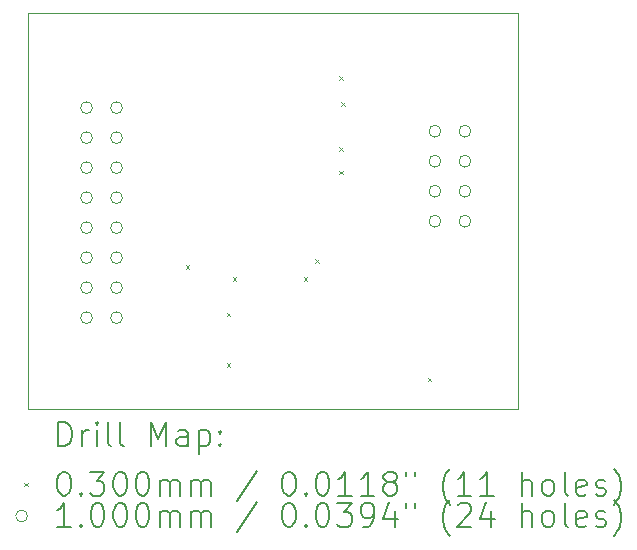
<source format=gbr>
%TF.GenerationSoftware,KiCad,Pcbnew,8.0.2*%
%TF.CreationDate,2024-09-09T09:37:15-05:00*%
%TF.ProjectId,wh3lk,7768336c-6b2e-46b6-9963-61645f706362,v2.0.0a*%
%TF.SameCoordinates,Original*%
%TF.FileFunction,Drillmap*%
%TF.FilePolarity,Positive*%
%FSLAX45Y45*%
G04 Gerber Fmt 4.5, Leading zero omitted, Abs format (unit mm)*
G04 Created by KiCad (PCBNEW 8.0.2) date 2024-09-09 09:37:15*
%MOMM*%
%LPD*%
G01*
G04 APERTURE LIST*
%ADD10C,0.050000*%
%ADD11C,0.200000*%
%ADD12C,0.100000*%
G04 APERTURE END LIST*
D10*
X5650000Y-5850000D02*
X9800000Y-5850000D01*
X9800000Y-9200000D01*
X5650000Y-9200000D01*
X5650000Y-5850000D01*
D11*
D12*
X6985000Y-7985000D02*
X7015000Y-8015000D01*
X7015000Y-7985000D02*
X6985000Y-8015000D01*
X7335000Y-8385000D02*
X7365000Y-8415000D01*
X7365000Y-8385000D02*
X7335000Y-8415000D01*
X7335000Y-8815000D02*
X7365000Y-8845000D01*
X7365000Y-8815000D02*
X7335000Y-8845000D01*
X7385000Y-8085000D02*
X7415000Y-8115000D01*
X7415000Y-8085000D02*
X7385000Y-8115000D01*
X7985000Y-8085000D02*
X8015000Y-8115000D01*
X8015000Y-8085000D02*
X7985000Y-8115000D01*
X8085000Y-7935000D02*
X8115000Y-7965000D01*
X8115000Y-7935000D02*
X8085000Y-7965000D01*
X8285000Y-6385000D02*
X8315000Y-6415000D01*
X8315000Y-6385000D02*
X8285000Y-6415000D01*
X8285000Y-6985000D02*
X8315000Y-7015000D01*
X8315000Y-6985000D02*
X8285000Y-7015000D01*
X8285000Y-7185000D02*
X8315000Y-7215000D01*
X8315000Y-7185000D02*
X8285000Y-7215000D01*
X8305000Y-6605000D02*
X8335000Y-6635000D01*
X8335000Y-6605000D02*
X8305000Y-6635000D01*
X9035000Y-8935000D02*
X9065000Y-8965000D01*
X9065000Y-8935000D02*
X9035000Y-8965000D01*
X6196000Y-6650000D02*
G75*
G02*
X6096000Y-6650000I-50000J0D01*
G01*
X6096000Y-6650000D02*
G75*
G02*
X6196000Y-6650000I50000J0D01*
G01*
X6196000Y-6904000D02*
G75*
G02*
X6096000Y-6904000I-50000J0D01*
G01*
X6096000Y-6904000D02*
G75*
G02*
X6196000Y-6904000I50000J0D01*
G01*
X6196000Y-7158000D02*
G75*
G02*
X6096000Y-7158000I-50000J0D01*
G01*
X6096000Y-7158000D02*
G75*
G02*
X6196000Y-7158000I50000J0D01*
G01*
X6196000Y-7412000D02*
G75*
G02*
X6096000Y-7412000I-50000J0D01*
G01*
X6096000Y-7412000D02*
G75*
G02*
X6196000Y-7412000I50000J0D01*
G01*
X6196000Y-7666000D02*
G75*
G02*
X6096000Y-7666000I-50000J0D01*
G01*
X6096000Y-7666000D02*
G75*
G02*
X6196000Y-7666000I50000J0D01*
G01*
X6196000Y-7920000D02*
G75*
G02*
X6096000Y-7920000I-50000J0D01*
G01*
X6096000Y-7920000D02*
G75*
G02*
X6196000Y-7920000I50000J0D01*
G01*
X6196000Y-8174000D02*
G75*
G02*
X6096000Y-8174000I-50000J0D01*
G01*
X6096000Y-8174000D02*
G75*
G02*
X6196000Y-8174000I50000J0D01*
G01*
X6196000Y-8428000D02*
G75*
G02*
X6096000Y-8428000I-50000J0D01*
G01*
X6096000Y-8428000D02*
G75*
G02*
X6196000Y-8428000I50000J0D01*
G01*
X6450000Y-6650000D02*
G75*
G02*
X6350000Y-6650000I-50000J0D01*
G01*
X6350000Y-6650000D02*
G75*
G02*
X6450000Y-6650000I50000J0D01*
G01*
X6450000Y-6904000D02*
G75*
G02*
X6350000Y-6904000I-50000J0D01*
G01*
X6350000Y-6904000D02*
G75*
G02*
X6450000Y-6904000I50000J0D01*
G01*
X6450000Y-7158000D02*
G75*
G02*
X6350000Y-7158000I-50000J0D01*
G01*
X6350000Y-7158000D02*
G75*
G02*
X6450000Y-7158000I50000J0D01*
G01*
X6450000Y-7412000D02*
G75*
G02*
X6350000Y-7412000I-50000J0D01*
G01*
X6350000Y-7412000D02*
G75*
G02*
X6450000Y-7412000I50000J0D01*
G01*
X6450000Y-7666000D02*
G75*
G02*
X6350000Y-7666000I-50000J0D01*
G01*
X6350000Y-7666000D02*
G75*
G02*
X6450000Y-7666000I50000J0D01*
G01*
X6450000Y-7920000D02*
G75*
G02*
X6350000Y-7920000I-50000J0D01*
G01*
X6350000Y-7920000D02*
G75*
G02*
X6450000Y-7920000I50000J0D01*
G01*
X6450000Y-8174000D02*
G75*
G02*
X6350000Y-8174000I-50000J0D01*
G01*
X6350000Y-8174000D02*
G75*
G02*
X6450000Y-8174000I50000J0D01*
G01*
X6450000Y-8428000D02*
G75*
G02*
X6350000Y-8428000I-50000J0D01*
G01*
X6350000Y-8428000D02*
G75*
G02*
X6450000Y-8428000I50000J0D01*
G01*
X9146000Y-6850000D02*
G75*
G02*
X9046000Y-6850000I-50000J0D01*
G01*
X9046000Y-6850000D02*
G75*
G02*
X9146000Y-6850000I50000J0D01*
G01*
X9146000Y-7104000D02*
G75*
G02*
X9046000Y-7104000I-50000J0D01*
G01*
X9046000Y-7104000D02*
G75*
G02*
X9146000Y-7104000I50000J0D01*
G01*
X9146000Y-7358000D02*
G75*
G02*
X9046000Y-7358000I-50000J0D01*
G01*
X9046000Y-7358000D02*
G75*
G02*
X9146000Y-7358000I50000J0D01*
G01*
X9146000Y-7612000D02*
G75*
G02*
X9046000Y-7612000I-50000J0D01*
G01*
X9046000Y-7612000D02*
G75*
G02*
X9146000Y-7612000I50000J0D01*
G01*
X9400000Y-6850000D02*
G75*
G02*
X9300000Y-6850000I-50000J0D01*
G01*
X9300000Y-6850000D02*
G75*
G02*
X9400000Y-6850000I50000J0D01*
G01*
X9400000Y-7104000D02*
G75*
G02*
X9300000Y-7104000I-50000J0D01*
G01*
X9300000Y-7104000D02*
G75*
G02*
X9400000Y-7104000I50000J0D01*
G01*
X9400000Y-7358000D02*
G75*
G02*
X9300000Y-7358000I-50000J0D01*
G01*
X9300000Y-7358000D02*
G75*
G02*
X9400000Y-7358000I50000J0D01*
G01*
X9400000Y-7612000D02*
G75*
G02*
X9300000Y-7612000I-50000J0D01*
G01*
X9300000Y-7612000D02*
G75*
G02*
X9400000Y-7612000I50000J0D01*
G01*
D11*
X5908277Y-9513984D02*
X5908277Y-9313984D01*
X5908277Y-9313984D02*
X5955896Y-9313984D01*
X5955896Y-9313984D02*
X5984467Y-9323508D01*
X5984467Y-9323508D02*
X6003515Y-9342555D01*
X6003515Y-9342555D02*
X6013039Y-9361603D01*
X6013039Y-9361603D02*
X6022562Y-9399698D01*
X6022562Y-9399698D02*
X6022562Y-9428270D01*
X6022562Y-9428270D02*
X6013039Y-9466365D01*
X6013039Y-9466365D02*
X6003515Y-9485412D01*
X6003515Y-9485412D02*
X5984467Y-9504460D01*
X5984467Y-9504460D02*
X5955896Y-9513984D01*
X5955896Y-9513984D02*
X5908277Y-9513984D01*
X6108277Y-9513984D02*
X6108277Y-9380650D01*
X6108277Y-9418746D02*
X6117801Y-9399698D01*
X6117801Y-9399698D02*
X6127324Y-9390174D01*
X6127324Y-9390174D02*
X6146372Y-9380650D01*
X6146372Y-9380650D02*
X6165420Y-9380650D01*
X6232086Y-9513984D02*
X6232086Y-9380650D01*
X6232086Y-9313984D02*
X6222562Y-9323508D01*
X6222562Y-9323508D02*
X6232086Y-9333031D01*
X6232086Y-9333031D02*
X6241610Y-9323508D01*
X6241610Y-9323508D02*
X6232086Y-9313984D01*
X6232086Y-9313984D02*
X6232086Y-9333031D01*
X6355896Y-9513984D02*
X6336848Y-9504460D01*
X6336848Y-9504460D02*
X6327324Y-9485412D01*
X6327324Y-9485412D02*
X6327324Y-9313984D01*
X6460658Y-9513984D02*
X6441610Y-9504460D01*
X6441610Y-9504460D02*
X6432086Y-9485412D01*
X6432086Y-9485412D02*
X6432086Y-9313984D01*
X6689229Y-9513984D02*
X6689229Y-9313984D01*
X6689229Y-9313984D02*
X6755896Y-9456841D01*
X6755896Y-9456841D02*
X6822562Y-9313984D01*
X6822562Y-9313984D02*
X6822562Y-9513984D01*
X7003515Y-9513984D02*
X7003515Y-9409222D01*
X7003515Y-9409222D02*
X6993991Y-9390174D01*
X6993991Y-9390174D02*
X6974943Y-9380650D01*
X6974943Y-9380650D02*
X6936848Y-9380650D01*
X6936848Y-9380650D02*
X6917801Y-9390174D01*
X7003515Y-9504460D02*
X6984467Y-9513984D01*
X6984467Y-9513984D02*
X6936848Y-9513984D01*
X6936848Y-9513984D02*
X6917801Y-9504460D01*
X6917801Y-9504460D02*
X6908277Y-9485412D01*
X6908277Y-9485412D02*
X6908277Y-9466365D01*
X6908277Y-9466365D02*
X6917801Y-9447317D01*
X6917801Y-9447317D02*
X6936848Y-9437793D01*
X6936848Y-9437793D02*
X6984467Y-9437793D01*
X6984467Y-9437793D02*
X7003515Y-9428270D01*
X7098753Y-9380650D02*
X7098753Y-9580650D01*
X7098753Y-9390174D02*
X7117801Y-9380650D01*
X7117801Y-9380650D02*
X7155896Y-9380650D01*
X7155896Y-9380650D02*
X7174943Y-9390174D01*
X7174943Y-9390174D02*
X7184467Y-9399698D01*
X7184467Y-9399698D02*
X7193991Y-9418746D01*
X7193991Y-9418746D02*
X7193991Y-9475889D01*
X7193991Y-9475889D02*
X7184467Y-9494936D01*
X7184467Y-9494936D02*
X7174943Y-9504460D01*
X7174943Y-9504460D02*
X7155896Y-9513984D01*
X7155896Y-9513984D02*
X7117801Y-9513984D01*
X7117801Y-9513984D02*
X7098753Y-9504460D01*
X7279705Y-9494936D02*
X7289229Y-9504460D01*
X7289229Y-9504460D02*
X7279705Y-9513984D01*
X7279705Y-9513984D02*
X7270182Y-9504460D01*
X7270182Y-9504460D02*
X7279705Y-9494936D01*
X7279705Y-9494936D02*
X7279705Y-9513984D01*
X7279705Y-9390174D02*
X7289229Y-9399698D01*
X7289229Y-9399698D02*
X7279705Y-9409222D01*
X7279705Y-9409222D02*
X7270182Y-9399698D01*
X7270182Y-9399698D02*
X7279705Y-9390174D01*
X7279705Y-9390174D02*
X7279705Y-9409222D01*
D12*
X5617500Y-9827500D02*
X5647500Y-9857500D01*
X5647500Y-9827500D02*
X5617500Y-9857500D01*
D11*
X5946372Y-9733984D02*
X5965420Y-9733984D01*
X5965420Y-9733984D02*
X5984467Y-9743508D01*
X5984467Y-9743508D02*
X5993991Y-9753031D01*
X5993991Y-9753031D02*
X6003515Y-9772079D01*
X6003515Y-9772079D02*
X6013039Y-9810174D01*
X6013039Y-9810174D02*
X6013039Y-9857793D01*
X6013039Y-9857793D02*
X6003515Y-9895889D01*
X6003515Y-9895889D02*
X5993991Y-9914936D01*
X5993991Y-9914936D02*
X5984467Y-9924460D01*
X5984467Y-9924460D02*
X5965420Y-9933984D01*
X5965420Y-9933984D02*
X5946372Y-9933984D01*
X5946372Y-9933984D02*
X5927324Y-9924460D01*
X5927324Y-9924460D02*
X5917801Y-9914936D01*
X5917801Y-9914936D02*
X5908277Y-9895889D01*
X5908277Y-9895889D02*
X5898753Y-9857793D01*
X5898753Y-9857793D02*
X5898753Y-9810174D01*
X5898753Y-9810174D02*
X5908277Y-9772079D01*
X5908277Y-9772079D02*
X5917801Y-9753031D01*
X5917801Y-9753031D02*
X5927324Y-9743508D01*
X5927324Y-9743508D02*
X5946372Y-9733984D01*
X6098753Y-9914936D02*
X6108277Y-9924460D01*
X6108277Y-9924460D02*
X6098753Y-9933984D01*
X6098753Y-9933984D02*
X6089229Y-9924460D01*
X6089229Y-9924460D02*
X6098753Y-9914936D01*
X6098753Y-9914936D02*
X6098753Y-9933984D01*
X6174943Y-9733984D02*
X6298753Y-9733984D01*
X6298753Y-9733984D02*
X6232086Y-9810174D01*
X6232086Y-9810174D02*
X6260658Y-9810174D01*
X6260658Y-9810174D02*
X6279705Y-9819698D01*
X6279705Y-9819698D02*
X6289229Y-9829222D01*
X6289229Y-9829222D02*
X6298753Y-9848270D01*
X6298753Y-9848270D02*
X6298753Y-9895889D01*
X6298753Y-9895889D02*
X6289229Y-9914936D01*
X6289229Y-9914936D02*
X6279705Y-9924460D01*
X6279705Y-9924460D02*
X6260658Y-9933984D01*
X6260658Y-9933984D02*
X6203515Y-9933984D01*
X6203515Y-9933984D02*
X6184467Y-9924460D01*
X6184467Y-9924460D02*
X6174943Y-9914936D01*
X6422562Y-9733984D02*
X6441610Y-9733984D01*
X6441610Y-9733984D02*
X6460658Y-9743508D01*
X6460658Y-9743508D02*
X6470182Y-9753031D01*
X6470182Y-9753031D02*
X6479705Y-9772079D01*
X6479705Y-9772079D02*
X6489229Y-9810174D01*
X6489229Y-9810174D02*
X6489229Y-9857793D01*
X6489229Y-9857793D02*
X6479705Y-9895889D01*
X6479705Y-9895889D02*
X6470182Y-9914936D01*
X6470182Y-9914936D02*
X6460658Y-9924460D01*
X6460658Y-9924460D02*
X6441610Y-9933984D01*
X6441610Y-9933984D02*
X6422562Y-9933984D01*
X6422562Y-9933984D02*
X6403515Y-9924460D01*
X6403515Y-9924460D02*
X6393991Y-9914936D01*
X6393991Y-9914936D02*
X6384467Y-9895889D01*
X6384467Y-9895889D02*
X6374943Y-9857793D01*
X6374943Y-9857793D02*
X6374943Y-9810174D01*
X6374943Y-9810174D02*
X6384467Y-9772079D01*
X6384467Y-9772079D02*
X6393991Y-9753031D01*
X6393991Y-9753031D02*
X6403515Y-9743508D01*
X6403515Y-9743508D02*
X6422562Y-9733984D01*
X6613039Y-9733984D02*
X6632086Y-9733984D01*
X6632086Y-9733984D02*
X6651134Y-9743508D01*
X6651134Y-9743508D02*
X6660658Y-9753031D01*
X6660658Y-9753031D02*
X6670182Y-9772079D01*
X6670182Y-9772079D02*
X6679705Y-9810174D01*
X6679705Y-9810174D02*
X6679705Y-9857793D01*
X6679705Y-9857793D02*
X6670182Y-9895889D01*
X6670182Y-9895889D02*
X6660658Y-9914936D01*
X6660658Y-9914936D02*
X6651134Y-9924460D01*
X6651134Y-9924460D02*
X6632086Y-9933984D01*
X6632086Y-9933984D02*
X6613039Y-9933984D01*
X6613039Y-9933984D02*
X6593991Y-9924460D01*
X6593991Y-9924460D02*
X6584467Y-9914936D01*
X6584467Y-9914936D02*
X6574943Y-9895889D01*
X6574943Y-9895889D02*
X6565420Y-9857793D01*
X6565420Y-9857793D02*
X6565420Y-9810174D01*
X6565420Y-9810174D02*
X6574943Y-9772079D01*
X6574943Y-9772079D02*
X6584467Y-9753031D01*
X6584467Y-9753031D02*
X6593991Y-9743508D01*
X6593991Y-9743508D02*
X6613039Y-9733984D01*
X6765420Y-9933984D02*
X6765420Y-9800650D01*
X6765420Y-9819698D02*
X6774943Y-9810174D01*
X6774943Y-9810174D02*
X6793991Y-9800650D01*
X6793991Y-9800650D02*
X6822563Y-9800650D01*
X6822563Y-9800650D02*
X6841610Y-9810174D01*
X6841610Y-9810174D02*
X6851134Y-9829222D01*
X6851134Y-9829222D02*
X6851134Y-9933984D01*
X6851134Y-9829222D02*
X6860658Y-9810174D01*
X6860658Y-9810174D02*
X6879705Y-9800650D01*
X6879705Y-9800650D02*
X6908277Y-9800650D01*
X6908277Y-9800650D02*
X6927324Y-9810174D01*
X6927324Y-9810174D02*
X6936848Y-9829222D01*
X6936848Y-9829222D02*
X6936848Y-9933984D01*
X7032086Y-9933984D02*
X7032086Y-9800650D01*
X7032086Y-9819698D02*
X7041610Y-9810174D01*
X7041610Y-9810174D02*
X7060658Y-9800650D01*
X7060658Y-9800650D02*
X7089229Y-9800650D01*
X7089229Y-9800650D02*
X7108277Y-9810174D01*
X7108277Y-9810174D02*
X7117801Y-9829222D01*
X7117801Y-9829222D02*
X7117801Y-9933984D01*
X7117801Y-9829222D02*
X7127324Y-9810174D01*
X7127324Y-9810174D02*
X7146372Y-9800650D01*
X7146372Y-9800650D02*
X7174943Y-9800650D01*
X7174943Y-9800650D02*
X7193991Y-9810174D01*
X7193991Y-9810174D02*
X7203515Y-9829222D01*
X7203515Y-9829222D02*
X7203515Y-9933984D01*
X7593991Y-9724460D02*
X7422563Y-9981603D01*
X7851134Y-9733984D02*
X7870182Y-9733984D01*
X7870182Y-9733984D02*
X7889229Y-9743508D01*
X7889229Y-9743508D02*
X7898753Y-9753031D01*
X7898753Y-9753031D02*
X7908277Y-9772079D01*
X7908277Y-9772079D02*
X7917801Y-9810174D01*
X7917801Y-9810174D02*
X7917801Y-9857793D01*
X7917801Y-9857793D02*
X7908277Y-9895889D01*
X7908277Y-9895889D02*
X7898753Y-9914936D01*
X7898753Y-9914936D02*
X7889229Y-9924460D01*
X7889229Y-9924460D02*
X7870182Y-9933984D01*
X7870182Y-9933984D02*
X7851134Y-9933984D01*
X7851134Y-9933984D02*
X7832086Y-9924460D01*
X7832086Y-9924460D02*
X7822563Y-9914936D01*
X7822563Y-9914936D02*
X7813039Y-9895889D01*
X7813039Y-9895889D02*
X7803515Y-9857793D01*
X7803515Y-9857793D02*
X7803515Y-9810174D01*
X7803515Y-9810174D02*
X7813039Y-9772079D01*
X7813039Y-9772079D02*
X7822563Y-9753031D01*
X7822563Y-9753031D02*
X7832086Y-9743508D01*
X7832086Y-9743508D02*
X7851134Y-9733984D01*
X8003515Y-9914936D02*
X8013039Y-9924460D01*
X8013039Y-9924460D02*
X8003515Y-9933984D01*
X8003515Y-9933984D02*
X7993991Y-9924460D01*
X7993991Y-9924460D02*
X8003515Y-9914936D01*
X8003515Y-9914936D02*
X8003515Y-9933984D01*
X8136848Y-9733984D02*
X8155896Y-9733984D01*
X8155896Y-9733984D02*
X8174944Y-9743508D01*
X8174944Y-9743508D02*
X8184467Y-9753031D01*
X8184467Y-9753031D02*
X8193991Y-9772079D01*
X8193991Y-9772079D02*
X8203515Y-9810174D01*
X8203515Y-9810174D02*
X8203515Y-9857793D01*
X8203515Y-9857793D02*
X8193991Y-9895889D01*
X8193991Y-9895889D02*
X8184467Y-9914936D01*
X8184467Y-9914936D02*
X8174944Y-9924460D01*
X8174944Y-9924460D02*
X8155896Y-9933984D01*
X8155896Y-9933984D02*
X8136848Y-9933984D01*
X8136848Y-9933984D02*
X8117801Y-9924460D01*
X8117801Y-9924460D02*
X8108277Y-9914936D01*
X8108277Y-9914936D02*
X8098753Y-9895889D01*
X8098753Y-9895889D02*
X8089229Y-9857793D01*
X8089229Y-9857793D02*
X8089229Y-9810174D01*
X8089229Y-9810174D02*
X8098753Y-9772079D01*
X8098753Y-9772079D02*
X8108277Y-9753031D01*
X8108277Y-9753031D02*
X8117801Y-9743508D01*
X8117801Y-9743508D02*
X8136848Y-9733984D01*
X8393991Y-9933984D02*
X8279706Y-9933984D01*
X8336848Y-9933984D02*
X8336848Y-9733984D01*
X8336848Y-9733984D02*
X8317801Y-9762555D01*
X8317801Y-9762555D02*
X8298753Y-9781603D01*
X8298753Y-9781603D02*
X8279706Y-9791127D01*
X8584468Y-9933984D02*
X8470182Y-9933984D01*
X8527325Y-9933984D02*
X8527325Y-9733984D01*
X8527325Y-9733984D02*
X8508277Y-9762555D01*
X8508277Y-9762555D02*
X8489229Y-9781603D01*
X8489229Y-9781603D02*
X8470182Y-9791127D01*
X8698753Y-9819698D02*
X8679706Y-9810174D01*
X8679706Y-9810174D02*
X8670182Y-9800650D01*
X8670182Y-9800650D02*
X8660658Y-9781603D01*
X8660658Y-9781603D02*
X8660658Y-9772079D01*
X8660658Y-9772079D02*
X8670182Y-9753031D01*
X8670182Y-9753031D02*
X8679706Y-9743508D01*
X8679706Y-9743508D02*
X8698753Y-9733984D01*
X8698753Y-9733984D02*
X8736849Y-9733984D01*
X8736849Y-9733984D02*
X8755896Y-9743508D01*
X8755896Y-9743508D02*
X8765420Y-9753031D01*
X8765420Y-9753031D02*
X8774944Y-9772079D01*
X8774944Y-9772079D02*
X8774944Y-9781603D01*
X8774944Y-9781603D02*
X8765420Y-9800650D01*
X8765420Y-9800650D02*
X8755896Y-9810174D01*
X8755896Y-9810174D02*
X8736849Y-9819698D01*
X8736849Y-9819698D02*
X8698753Y-9819698D01*
X8698753Y-9819698D02*
X8679706Y-9829222D01*
X8679706Y-9829222D02*
X8670182Y-9838746D01*
X8670182Y-9838746D02*
X8660658Y-9857793D01*
X8660658Y-9857793D02*
X8660658Y-9895889D01*
X8660658Y-9895889D02*
X8670182Y-9914936D01*
X8670182Y-9914936D02*
X8679706Y-9924460D01*
X8679706Y-9924460D02*
X8698753Y-9933984D01*
X8698753Y-9933984D02*
X8736849Y-9933984D01*
X8736849Y-9933984D02*
X8755896Y-9924460D01*
X8755896Y-9924460D02*
X8765420Y-9914936D01*
X8765420Y-9914936D02*
X8774944Y-9895889D01*
X8774944Y-9895889D02*
X8774944Y-9857793D01*
X8774944Y-9857793D02*
X8765420Y-9838746D01*
X8765420Y-9838746D02*
X8755896Y-9829222D01*
X8755896Y-9829222D02*
X8736849Y-9819698D01*
X8851134Y-9733984D02*
X8851134Y-9772079D01*
X8927325Y-9733984D02*
X8927325Y-9772079D01*
X9222563Y-10010174D02*
X9213039Y-10000650D01*
X9213039Y-10000650D02*
X9193991Y-9972079D01*
X9193991Y-9972079D02*
X9184468Y-9953031D01*
X9184468Y-9953031D02*
X9174944Y-9924460D01*
X9174944Y-9924460D02*
X9165420Y-9876841D01*
X9165420Y-9876841D02*
X9165420Y-9838746D01*
X9165420Y-9838746D02*
X9174944Y-9791127D01*
X9174944Y-9791127D02*
X9184468Y-9762555D01*
X9184468Y-9762555D02*
X9193991Y-9743508D01*
X9193991Y-9743508D02*
X9213039Y-9714936D01*
X9213039Y-9714936D02*
X9222563Y-9705412D01*
X9403515Y-9933984D02*
X9289230Y-9933984D01*
X9346372Y-9933984D02*
X9346372Y-9733984D01*
X9346372Y-9733984D02*
X9327325Y-9762555D01*
X9327325Y-9762555D02*
X9308277Y-9781603D01*
X9308277Y-9781603D02*
X9289230Y-9791127D01*
X9593991Y-9933984D02*
X9479706Y-9933984D01*
X9536849Y-9933984D02*
X9536849Y-9733984D01*
X9536849Y-9733984D02*
X9517801Y-9762555D01*
X9517801Y-9762555D02*
X9498753Y-9781603D01*
X9498753Y-9781603D02*
X9479706Y-9791127D01*
X9832087Y-9933984D02*
X9832087Y-9733984D01*
X9917801Y-9933984D02*
X9917801Y-9829222D01*
X9917801Y-9829222D02*
X9908277Y-9810174D01*
X9908277Y-9810174D02*
X9889230Y-9800650D01*
X9889230Y-9800650D02*
X9860658Y-9800650D01*
X9860658Y-9800650D02*
X9841611Y-9810174D01*
X9841611Y-9810174D02*
X9832087Y-9819698D01*
X10041611Y-9933984D02*
X10022563Y-9924460D01*
X10022563Y-9924460D02*
X10013039Y-9914936D01*
X10013039Y-9914936D02*
X10003515Y-9895889D01*
X10003515Y-9895889D02*
X10003515Y-9838746D01*
X10003515Y-9838746D02*
X10013039Y-9819698D01*
X10013039Y-9819698D02*
X10022563Y-9810174D01*
X10022563Y-9810174D02*
X10041611Y-9800650D01*
X10041611Y-9800650D02*
X10070182Y-9800650D01*
X10070182Y-9800650D02*
X10089230Y-9810174D01*
X10089230Y-9810174D02*
X10098753Y-9819698D01*
X10098753Y-9819698D02*
X10108277Y-9838746D01*
X10108277Y-9838746D02*
X10108277Y-9895889D01*
X10108277Y-9895889D02*
X10098753Y-9914936D01*
X10098753Y-9914936D02*
X10089230Y-9924460D01*
X10089230Y-9924460D02*
X10070182Y-9933984D01*
X10070182Y-9933984D02*
X10041611Y-9933984D01*
X10222563Y-9933984D02*
X10203515Y-9924460D01*
X10203515Y-9924460D02*
X10193992Y-9905412D01*
X10193992Y-9905412D02*
X10193992Y-9733984D01*
X10374944Y-9924460D02*
X10355896Y-9933984D01*
X10355896Y-9933984D02*
X10317801Y-9933984D01*
X10317801Y-9933984D02*
X10298753Y-9924460D01*
X10298753Y-9924460D02*
X10289230Y-9905412D01*
X10289230Y-9905412D02*
X10289230Y-9829222D01*
X10289230Y-9829222D02*
X10298753Y-9810174D01*
X10298753Y-9810174D02*
X10317801Y-9800650D01*
X10317801Y-9800650D02*
X10355896Y-9800650D01*
X10355896Y-9800650D02*
X10374944Y-9810174D01*
X10374944Y-9810174D02*
X10384468Y-9829222D01*
X10384468Y-9829222D02*
X10384468Y-9848270D01*
X10384468Y-9848270D02*
X10289230Y-9867317D01*
X10460658Y-9924460D02*
X10479706Y-9933984D01*
X10479706Y-9933984D02*
X10517801Y-9933984D01*
X10517801Y-9933984D02*
X10536849Y-9924460D01*
X10536849Y-9924460D02*
X10546373Y-9905412D01*
X10546373Y-9905412D02*
X10546373Y-9895889D01*
X10546373Y-9895889D02*
X10536849Y-9876841D01*
X10536849Y-9876841D02*
X10517801Y-9867317D01*
X10517801Y-9867317D02*
X10489230Y-9867317D01*
X10489230Y-9867317D02*
X10470182Y-9857793D01*
X10470182Y-9857793D02*
X10460658Y-9838746D01*
X10460658Y-9838746D02*
X10460658Y-9829222D01*
X10460658Y-9829222D02*
X10470182Y-9810174D01*
X10470182Y-9810174D02*
X10489230Y-9800650D01*
X10489230Y-9800650D02*
X10517801Y-9800650D01*
X10517801Y-9800650D02*
X10536849Y-9810174D01*
X10613039Y-10010174D02*
X10622563Y-10000650D01*
X10622563Y-10000650D02*
X10641611Y-9972079D01*
X10641611Y-9972079D02*
X10651134Y-9953031D01*
X10651134Y-9953031D02*
X10660658Y-9924460D01*
X10660658Y-9924460D02*
X10670182Y-9876841D01*
X10670182Y-9876841D02*
X10670182Y-9838746D01*
X10670182Y-9838746D02*
X10660658Y-9791127D01*
X10660658Y-9791127D02*
X10651134Y-9762555D01*
X10651134Y-9762555D02*
X10641611Y-9743508D01*
X10641611Y-9743508D02*
X10622563Y-9714936D01*
X10622563Y-9714936D02*
X10613039Y-9705412D01*
D12*
X5647500Y-10106500D02*
G75*
G02*
X5547500Y-10106500I-50000J0D01*
G01*
X5547500Y-10106500D02*
G75*
G02*
X5647500Y-10106500I50000J0D01*
G01*
D11*
X6013039Y-10197984D02*
X5898753Y-10197984D01*
X5955896Y-10197984D02*
X5955896Y-9997984D01*
X5955896Y-9997984D02*
X5936848Y-10026555D01*
X5936848Y-10026555D02*
X5917801Y-10045603D01*
X5917801Y-10045603D02*
X5898753Y-10055127D01*
X6098753Y-10178936D02*
X6108277Y-10188460D01*
X6108277Y-10188460D02*
X6098753Y-10197984D01*
X6098753Y-10197984D02*
X6089229Y-10188460D01*
X6089229Y-10188460D02*
X6098753Y-10178936D01*
X6098753Y-10178936D02*
X6098753Y-10197984D01*
X6232086Y-9997984D02*
X6251134Y-9997984D01*
X6251134Y-9997984D02*
X6270182Y-10007508D01*
X6270182Y-10007508D02*
X6279705Y-10017031D01*
X6279705Y-10017031D02*
X6289229Y-10036079D01*
X6289229Y-10036079D02*
X6298753Y-10074174D01*
X6298753Y-10074174D02*
X6298753Y-10121793D01*
X6298753Y-10121793D02*
X6289229Y-10159889D01*
X6289229Y-10159889D02*
X6279705Y-10178936D01*
X6279705Y-10178936D02*
X6270182Y-10188460D01*
X6270182Y-10188460D02*
X6251134Y-10197984D01*
X6251134Y-10197984D02*
X6232086Y-10197984D01*
X6232086Y-10197984D02*
X6213039Y-10188460D01*
X6213039Y-10188460D02*
X6203515Y-10178936D01*
X6203515Y-10178936D02*
X6193991Y-10159889D01*
X6193991Y-10159889D02*
X6184467Y-10121793D01*
X6184467Y-10121793D02*
X6184467Y-10074174D01*
X6184467Y-10074174D02*
X6193991Y-10036079D01*
X6193991Y-10036079D02*
X6203515Y-10017031D01*
X6203515Y-10017031D02*
X6213039Y-10007508D01*
X6213039Y-10007508D02*
X6232086Y-9997984D01*
X6422562Y-9997984D02*
X6441610Y-9997984D01*
X6441610Y-9997984D02*
X6460658Y-10007508D01*
X6460658Y-10007508D02*
X6470182Y-10017031D01*
X6470182Y-10017031D02*
X6479705Y-10036079D01*
X6479705Y-10036079D02*
X6489229Y-10074174D01*
X6489229Y-10074174D02*
X6489229Y-10121793D01*
X6489229Y-10121793D02*
X6479705Y-10159889D01*
X6479705Y-10159889D02*
X6470182Y-10178936D01*
X6470182Y-10178936D02*
X6460658Y-10188460D01*
X6460658Y-10188460D02*
X6441610Y-10197984D01*
X6441610Y-10197984D02*
X6422562Y-10197984D01*
X6422562Y-10197984D02*
X6403515Y-10188460D01*
X6403515Y-10188460D02*
X6393991Y-10178936D01*
X6393991Y-10178936D02*
X6384467Y-10159889D01*
X6384467Y-10159889D02*
X6374943Y-10121793D01*
X6374943Y-10121793D02*
X6374943Y-10074174D01*
X6374943Y-10074174D02*
X6384467Y-10036079D01*
X6384467Y-10036079D02*
X6393991Y-10017031D01*
X6393991Y-10017031D02*
X6403515Y-10007508D01*
X6403515Y-10007508D02*
X6422562Y-9997984D01*
X6613039Y-9997984D02*
X6632086Y-9997984D01*
X6632086Y-9997984D02*
X6651134Y-10007508D01*
X6651134Y-10007508D02*
X6660658Y-10017031D01*
X6660658Y-10017031D02*
X6670182Y-10036079D01*
X6670182Y-10036079D02*
X6679705Y-10074174D01*
X6679705Y-10074174D02*
X6679705Y-10121793D01*
X6679705Y-10121793D02*
X6670182Y-10159889D01*
X6670182Y-10159889D02*
X6660658Y-10178936D01*
X6660658Y-10178936D02*
X6651134Y-10188460D01*
X6651134Y-10188460D02*
X6632086Y-10197984D01*
X6632086Y-10197984D02*
X6613039Y-10197984D01*
X6613039Y-10197984D02*
X6593991Y-10188460D01*
X6593991Y-10188460D02*
X6584467Y-10178936D01*
X6584467Y-10178936D02*
X6574943Y-10159889D01*
X6574943Y-10159889D02*
X6565420Y-10121793D01*
X6565420Y-10121793D02*
X6565420Y-10074174D01*
X6565420Y-10074174D02*
X6574943Y-10036079D01*
X6574943Y-10036079D02*
X6584467Y-10017031D01*
X6584467Y-10017031D02*
X6593991Y-10007508D01*
X6593991Y-10007508D02*
X6613039Y-9997984D01*
X6765420Y-10197984D02*
X6765420Y-10064650D01*
X6765420Y-10083698D02*
X6774943Y-10074174D01*
X6774943Y-10074174D02*
X6793991Y-10064650D01*
X6793991Y-10064650D02*
X6822563Y-10064650D01*
X6822563Y-10064650D02*
X6841610Y-10074174D01*
X6841610Y-10074174D02*
X6851134Y-10093222D01*
X6851134Y-10093222D02*
X6851134Y-10197984D01*
X6851134Y-10093222D02*
X6860658Y-10074174D01*
X6860658Y-10074174D02*
X6879705Y-10064650D01*
X6879705Y-10064650D02*
X6908277Y-10064650D01*
X6908277Y-10064650D02*
X6927324Y-10074174D01*
X6927324Y-10074174D02*
X6936848Y-10093222D01*
X6936848Y-10093222D02*
X6936848Y-10197984D01*
X7032086Y-10197984D02*
X7032086Y-10064650D01*
X7032086Y-10083698D02*
X7041610Y-10074174D01*
X7041610Y-10074174D02*
X7060658Y-10064650D01*
X7060658Y-10064650D02*
X7089229Y-10064650D01*
X7089229Y-10064650D02*
X7108277Y-10074174D01*
X7108277Y-10074174D02*
X7117801Y-10093222D01*
X7117801Y-10093222D02*
X7117801Y-10197984D01*
X7117801Y-10093222D02*
X7127324Y-10074174D01*
X7127324Y-10074174D02*
X7146372Y-10064650D01*
X7146372Y-10064650D02*
X7174943Y-10064650D01*
X7174943Y-10064650D02*
X7193991Y-10074174D01*
X7193991Y-10074174D02*
X7203515Y-10093222D01*
X7203515Y-10093222D02*
X7203515Y-10197984D01*
X7593991Y-9988460D02*
X7422563Y-10245603D01*
X7851134Y-9997984D02*
X7870182Y-9997984D01*
X7870182Y-9997984D02*
X7889229Y-10007508D01*
X7889229Y-10007508D02*
X7898753Y-10017031D01*
X7898753Y-10017031D02*
X7908277Y-10036079D01*
X7908277Y-10036079D02*
X7917801Y-10074174D01*
X7917801Y-10074174D02*
X7917801Y-10121793D01*
X7917801Y-10121793D02*
X7908277Y-10159889D01*
X7908277Y-10159889D02*
X7898753Y-10178936D01*
X7898753Y-10178936D02*
X7889229Y-10188460D01*
X7889229Y-10188460D02*
X7870182Y-10197984D01*
X7870182Y-10197984D02*
X7851134Y-10197984D01*
X7851134Y-10197984D02*
X7832086Y-10188460D01*
X7832086Y-10188460D02*
X7822563Y-10178936D01*
X7822563Y-10178936D02*
X7813039Y-10159889D01*
X7813039Y-10159889D02*
X7803515Y-10121793D01*
X7803515Y-10121793D02*
X7803515Y-10074174D01*
X7803515Y-10074174D02*
X7813039Y-10036079D01*
X7813039Y-10036079D02*
X7822563Y-10017031D01*
X7822563Y-10017031D02*
X7832086Y-10007508D01*
X7832086Y-10007508D02*
X7851134Y-9997984D01*
X8003515Y-10178936D02*
X8013039Y-10188460D01*
X8013039Y-10188460D02*
X8003515Y-10197984D01*
X8003515Y-10197984D02*
X7993991Y-10188460D01*
X7993991Y-10188460D02*
X8003515Y-10178936D01*
X8003515Y-10178936D02*
X8003515Y-10197984D01*
X8136848Y-9997984D02*
X8155896Y-9997984D01*
X8155896Y-9997984D02*
X8174944Y-10007508D01*
X8174944Y-10007508D02*
X8184467Y-10017031D01*
X8184467Y-10017031D02*
X8193991Y-10036079D01*
X8193991Y-10036079D02*
X8203515Y-10074174D01*
X8203515Y-10074174D02*
X8203515Y-10121793D01*
X8203515Y-10121793D02*
X8193991Y-10159889D01*
X8193991Y-10159889D02*
X8184467Y-10178936D01*
X8184467Y-10178936D02*
X8174944Y-10188460D01*
X8174944Y-10188460D02*
X8155896Y-10197984D01*
X8155896Y-10197984D02*
X8136848Y-10197984D01*
X8136848Y-10197984D02*
X8117801Y-10188460D01*
X8117801Y-10188460D02*
X8108277Y-10178936D01*
X8108277Y-10178936D02*
X8098753Y-10159889D01*
X8098753Y-10159889D02*
X8089229Y-10121793D01*
X8089229Y-10121793D02*
X8089229Y-10074174D01*
X8089229Y-10074174D02*
X8098753Y-10036079D01*
X8098753Y-10036079D02*
X8108277Y-10017031D01*
X8108277Y-10017031D02*
X8117801Y-10007508D01*
X8117801Y-10007508D02*
X8136848Y-9997984D01*
X8270182Y-9997984D02*
X8393991Y-9997984D01*
X8393991Y-9997984D02*
X8327325Y-10074174D01*
X8327325Y-10074174D02*
X8355896Y-10074174D01*
X8355896Y-10074174D02*
X8374944Y-10083698D01*
X8374944Y-10083698D02*
X8384467Y-10093222D01*
X8384467Y-10093222D02*
X8393991Y-10112270D01*
X8393991Y-10112270D02*
X8393991Y-10159889D01*
X8393991Y-10159889D02*
X8384467Y-10178936D01*
X8384467Y-10178936D02*
X8374944Y-10188460D01*
X8374944Y-10188460D02*
X8355896Y-10197984D01*
X8355896Y-10197984D02*
X8298753Y-10197984D01*
X8298753Y-10197984D02*
X8279706Y-10188460D01*
X8279706Y-10188460D02*
X8270182Y-10178936D01*
X8489229Y-10197984D02*
X8527325Y-10197984D01*
X8527325Y-10197984D02*
X8546372Y-10188460D01*
X8546372Y-10188460D02*
X8555896Y-10178936D01*
X8555896Y-10178936D02*
X8574944Y-10150365D01*
X8574944Y-10150365D02*
X8584468Y-10112270D01*
X8584468Y-10112270D02*
X8584468Y-10036079D01*
X8584468Y-10036079D02*
X8574944Y-10017031D01*
X8574944Y-10017031D02*
X8565420Y-10007508D01*
X8565420Y-10007508D02*
X8546372Y-9997984D01*
X8546372Y-9997984D02*
X8508277Y-9997984D01*
X8508277Y-9997984D02*
X8489229Y-10007508D01*
X8489229Y-10007508D02*
X8479706Y-10017031D01*
X8479706Y-10017031D02*
X8470182Y-10036079D01*
X8470182Y-10036079D02*
X8470182Y-10083698D01*
X8470182Y-10083698D02*
X8479706Y-10102746D01*
X8479706Y-10102746D02*
X8489229Y-10112270D01*
X8489229Y-10112270D02*
X8508277Y-10121793D01*
X8508277Y-10121793D02*
X8546372Y-10121793D01*
X8546372Y-10121793D02*
X8565420Y-10112270D01*
X8565420Y-10112270D02*
X8574944Y-10102746D01*
X8574944Y-10102746D02*
X8584468Y-10083698D01*
X8755896Y-10064650D02*
X8755896Y-10197984D01*
X8708277Y-9988460D02*
X8660658Y-10131317D01*
X8660658Y-10131317D02*
X8784468Y-10131317D01*
X8851134Y-9997984D02*
X8851134Y-10036079D01*
X8927325Y-9997984D02*
X8927325Y-10036079D01*
X9222563Y-10274174D02*
X9213039Y-10264650D01*
X9213039Y-10264650D02*
X9193991Y-10236079D01*
X9193991Y-10236079D02*
X9184468Y-10217031D01*
X9184468Y-10217031D02*
X9174944Y-10188460D01*
X9174944Y-10188460D02*
X9165420Y-10140841D01*
X9165420Y-10140841D02*
X9165420Y-10102746D01*
X9165420Y-10102746D02*
X9174944Y-10055127D01*
X9174944Y-10055127D02*
X9184468Y-10026555D01*
X9184468Y-10026555D02*
X9193991Y-10007508D01*
X9193991Y-10007508D02*
X9213039Y-9978936D01*
X9213039Y-9978936D02*
X9222563Y-9969412D01*
X9289230Y-10017031D02*
X9298753Y-10007508D01*
X9298753Y-10007508D02*
X9317801Y-9997984D01*
X9317801Y-9997984D02*
X9365420Y-9997984D01*
X9365420Y-9997984D02*
X9384468Y-10007508D01*
X9384468Y-10007508D02*
X9393991Y-10017031D01*
X9393991Y-10017031D02*
X9403515Y-10036079D01*
X9403515Y-10036079D02*
X9403515Y-10055127D01*
X9403515Y-10055127D02*
X9393991Y-10083698D01*
X9393991Y-10083698D02*
X9279706Y-10197984D01*
X9279706Y-10197984D02*
X9403515Y-10197984D01*
X9574944Y-10064650D02*
X9574944Y-10197984D01*
X9527325Y-9988460D02*
X9479706Y-10131317D01*
X9479706Y-10131317D02*
X9603515Y-10131317D01*
X9832087Y-10197984D02*
X9832087Y-9997984D01*
X9917801Y-10197984D02*
X9917801Y-10093222D01*
X9917801Y-10093222D02*
X9908277Y-10074174D01*
X9908277Y-10074174D02*
X9889230Y-10064650D01*
X9889230Y-10064650D02*
X9860658Y-10064650D01*
X9860658Y-10064650D02*
X9841611Y-10074174D01*
X9841611Y-10074174D02*
X9832087Y-10083698D01*
X10041611Y-10197984D02*
X10022563Y-10188460D01*
X10022563Y-10188460D02*
X10013039Y-10178936D01*
X10013039Y-10178936D02*
X10003515Y-10159889D01*
X10003515Y-10159889D02*
X10003515Y-10102746D01*
X10003515Y-10102746D02*
X10013039Y-10083698D01*
X10013039Y-10083698D02*
X10022563Y-10074174D01*
X10022563Y-10074174D02*
X10041611Y-10064650D01*
X10041611Y-10064650D02*
X10070182Y-10064650D01*
X10070182Y-10064650D02*
X10089230Y-10074174D01*
X10089230Y-10074174D02*
X10098753Y-10083698D01*
X10098753Y-10083698D02*
X10108277Y-10102746D01*
X10108277Y-10102746D02*
X10108277Y-10159889D01*
X10108277Y-10159889D02*
X10098753Y-10178936D01*
X10098753Y-10178936D02*
X10089230Y-10188460D01*
X10089230Y-10188460D02*
X10070182Y-10197984D01*
X10070182Y-10197984D02*
X10041611Y-10197984D01*
X10222563Y-10197984D02*
X10203515Y-10188460D01*
X10203515Y-10188460D02*
X10193992Y-10169412D01*
X10193992Y-10169412D02*
X10193992Y-9997984D01*
X10374944Y-10188460D02*
X10355896Y-10197984D01*
X10355896Y-10197984D02*
X10317801Y-10197984D01*
X10317801Y-10197984D02*
X10298753Y-10188460D01*
X10298753Y-10188460D02*
X10289230Y-10169412D01*
X10289230Y-10169412D02*
X10289230Y-10093222D01*
X10289230Y-10093222D02*
X10298753Y-10074174D01*
X10298753Y-10074174D02*
X10317801Y-10064650D01*
X10317801Y-10064650D02*
X10355896Y-10064650D01*
X10355896Y-10064650D02*
X10374944Y-10074174D01*
X10374944Y-10074174D02*
X10384468Y-10093222D01*
X10384468Y-10093222D02*
X10384468Y-10112270D01*
X10384468Y-10112270D02*
X10289230Y-10131317D01*
X10460658Y-10188460D02*
X10479706Y-10197984D01*
X10479706Y-10197984D02*
X10517801Y-10197984D01*
X10517801Y-10197984D02*
X10536849Y-10188460D01*
X10536849Y-10188460D02*
X10546373Y-10169412D01*
X10546373Y-10169412D02*
X10546373Y-10159889D01*
X10546373Y-10159889D02*
X10536849Y-10140841D01*
X10536849Y-10140841D02*
X10517801Y-10131317D01*
X10517801Y-10131317D02*
X10489230Y-10131317D01*
X10489230Y-10131317D02*
X10470182Y-10121793D01*
X10470182Y-10121793D02*
X10460658Y-10102746D01*
X10460658Y-10102746D02*
X10460658Y-10093222D01*
X10460658Y-10093222D02*
X10470182Y-10074174D01*
X10470182Y-10074174D02*
X10489230Y-10064650D01*
X10489230Y-10064650D02*
X10517801Y-10064650D01*
X10517801Y-10064650D02*
X10536849Y-10074174D01*
X10613039Y-10274174D02*
X10622563Y-10264650D01*
X10622563Y-10264650D02*
X10641611Y-10236079D01*
X10641611Y-10236079D02*
X10651134Y-10217031D01*
X10651134Y-10217031D02*
X10660658Y-10188460D01*
X10660658Y-10188460D02*
X10670182Y-10140841D01*
X10670182Y-10140841D02*
X10670182Y-10102746D01*
X10670182Y-10102746D02*
X10660658Y-10055127D01*
X10660658Y-10055127D02*
X10651134Y-10026555D01*
X10651134Y-10026555D02*
X10641611Y-10007508D01*
X10641611Y-10007508D02*
X10622563Y-9978936D01*
X10622563Y-9978936D02*
X10613039Y-9969412D01*
M02*

</source>
